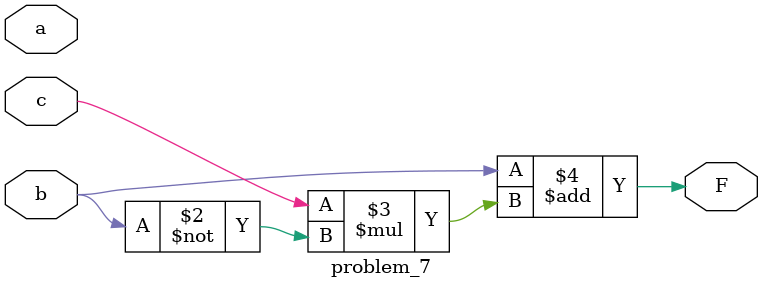
<source format=v>
module problem_7(a, b, c, F);
  input a;
  input b;
  input c;
  output reg F;

  always @ (a, b, c) begin
    F = b + c * ~ b;
  end
endmodule
</source>
